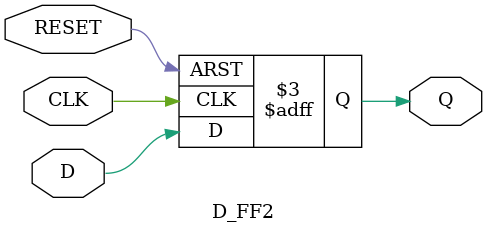
<source format=v>
module D_FF2(
    input CLK,
    input RESET,
    input D,
    output reg Q
);
    always @(negedge CLK,negedge RESET)
        if(!RESET)
            Q=0;
        else
            Q=D;
endmodule
</source>
